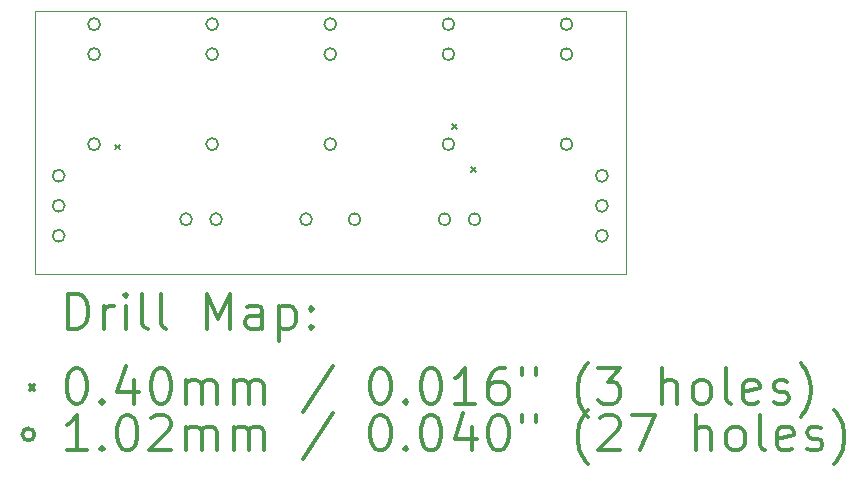
<source format=gbr>
%FSLAX45Y45*%
G04 Gerber Fmt 4.5, Leading zero omitted, Abs format (unit mm)*
G04 Created by KiCad (PCBNEW (5.1.8)-1) date 2021-08-08 18:23:22*
%MOMM*%
%LPD*%
G01*
G04 APERTURE LIST*
%TA.AperFunction,Profile*%
%ADD10C,0.100000*%
%TD*%
%ADD11C,0.200000*%
%ADD12C,0.300000*%
G04 APERTURE END LIST*
D10*
X9050000Y-6220000D02*
X9050000Y-6200000D01*
X4050000Y-6220000D02*
X4050000Y-6200000D01*
X9050000Y-4000000D02*
X4050000Y-4000000D01*
X9050000Y-6200000D02*
X9050000Y-4000000D01*
X4050000Y-6220000D02*
X9050000Y-6220000D01*
X4050000Y-4000000D02*
X4050000Y-6200000D01*
D11*
X4728500Y-5127500D02*
X4768500Y-5167500D01*
X4768500Y-5127500D02*
X4728500Y-5167500D01*
X7582500Y-4955000D02*
X7622500Y-4995000D01*
X7622500Y-4955000D02*
X7582500Y-4995000D01*
X7740000Y-5320000D02*
X7780000Y-5360000D01*
X7780000Y-5320000D02*
X7740000Y-5360000D01*
X7600800Y-4108500D02*
G75*
G03*
X7600800Y-4108500I-50800J0D01*
G01*
X7600800Y-4362500D02*
G75*
G03*
X7600800Y-4362500I-50800J0D01*
G01*
X7600800Y-5124500D02*
G75*
G03*
X7600800Y-5124500I-50800J0D01*
G01*
X6600800Y-4108500D02*
G75*
G03*
X6600800Y-4108500I-50800J0D01*
G01*
X6600800Y-4362500D02*
G75*
G03*
X6600800Y-4362500I-50800J0D01*
G01*
X6600800Y-5124500D02*
G75*
G03*
X6600800Y-5124500I-50800J0D01*
G01*
X8600800Y-4108500D02*
G75*
G03*
X8600800Y-4108500I-50800J0D01*
G01*
X8600800Y-4362500D02*
G75*
G03*
X8600800Y-4362500I-50800J0D01*
G01*
X8600800Y-5124500D02*
G75*
G03*
X8600800Y-5124500I-50800J0D01*
G01*
X6806300Y-5760000D02*
G75*
G03*
X6806300Y-5760000I-50800J0D01*
G01*
X7568300Y-5760000D02*
G75*
G03*
X7568300Y-5760000I-50800J0D01*
G01*
X7822300Y-5760000D02*
G75*
G03*
X7822300Y-5760000I-50800J0D01*
G01*
X5379300Y-5760000D02*
G75*
G03*
X5379300Y-5760000I-50800J0D01*
G01*
X5633300Y-5760000D02*
G75*
G03*
X5633300Y-5760000I-50800J0D01*
G01*
X6395300Y-5760000D02*
G75*
G03*
X6395300Y-5760000I-50800J0D01*
G01*
X8900800Y-5392000D02*
G75*
G03*
X8900800Y-5392000I-50800J0D01*
G01*
X8900800Y-5646000D02*
G75*
G03*
X8900800Y-5646000I-50800J0D01*
G01*
X8900800Y-5900000D02*
G75*
G03*
X8900800Y-5900000I-50800J0D01*
G01*
X4300800Y-5392000D02*
G75*
G03*
X4300800Y-5392000I-50800J0D01*
G01*
X4300800Y-5646000D02*
G75*
G03*
X4300800Y-5646000I-50800J0D01*
G01*
X4300800Y-5900000D02*
G75*
G03*
X4300800Y-5900000I-50800J0D01*
G01*
X5600800Y-4108500D02*
G75*
G03*
X5600800Y-4108500I-50800J0D01*
G01*
X5600800Y-4362500D02*
G75*
G03*
X5600800Y-4362500I-50800J0D01*
G01*
X5600800Y-5124500D02*
G75*
G03*
X5600800Y-5124500I-50800J0D01*
G01*
X4600800Y-4108500D02*
G75*
G03*
X4600800Y-4108500I-50800J0D01*
G01*
X4600800Y-4362500D02*
G75*
G03*
X4600800Y-4362500I-50800J0D01*
G01*
X4600800Y-5124500D02*
G75*
G03*
X4600800Y-5124500I-50800J0D01*
G01*
D12*
X4331428Y-6690714D02*
X4331428Y-6390714D01*
X4402857Y-6390714D01*
X4445714Y-6405000D01*
X4474286Y-6433571D01*
X4488571Y-6462143D01*
X4502857Y-6519286D01*
X4502857Y-6562143D01*
X4488571Y-6619286D01*
X4474286Y-6647857D01*
X4445714Y-6676429D01*
X4402857Y-6690714D01*
X4331428Y-6690714D01*
X4631428Y-6690714D02*
X4631428Y-6490714D01*
X4631428Y-6547857D02*
X4645714Y-6519286D01*
X4660000Y-6505000D01*
X4688571Y-6490714D01*
X4717143Y-6490714D01*
X4817143Y-6690714D02*
X4817143Y-6490714D01*
X4817143Y-6390714D02*
X4802857Y-6405000D01*
X4817143Y-6419286D01*
X4831428Y-6405000D01*
X4817143Y-6390714D01*
X4817143Y-6419286D01*
X5002857Y-6690714D02*
X4974286Y-6676429D01*
X4960000Y-6647857D01*
X4960000Y-6390714D01*
X5160000Y-6690714D02*
X5131428Y-6676429D01*
X5117143Y-6647857D01*
X5117143Y-6390714D01*
X5502857Y-6690714D02*
X5502857Y-6390714D01*
X5602857Y-6605000D01*
X5702857Y-6390714D01*
X5702857Y-6690714D01*
X5974286Y-6690714D02*
X5974286Y-6533571D01*
X5960000Y-6505000D01*
X5931428Y-6490714D01*
X5874286Y-6490714D01*
X5845714Y-6505000D01*
X5974286Y-6676429D02*
X5945714Y-6690714D01*
X5874286Y-6690714D01*
X5845714Y-6676429D01*
X5831428Y-6647857D01*
X5831428Y-6619286D01*
X5845714Y-6590714D01*
X5874286Y-6576429D01*
X5945714Y-6576429D01*
X5974286Y-6562143D01*
X6117143Y-6490714D02*
X6117143Y-6790714D01*
X6117143Y-6505000D02*
X6145714Y-6490714D01*
X6202857Y-6490714D01*
X6231428Y-6505000D01*
X6245714Y-6519286D01*
X6260000Y-6547857D01*
X6260000Y-6633571D01*
X6245714Y-6662143D01*
X6231428Y-6676429D01*
X6202857Y-6690714D01*
X6145714Y-6690714D01*
X6117143Y-6676429D01*
X6388571Y-6662143D02*
X6402857Y-6676429D01*
X6388571Y-6690714D01*
X6374286Y-6676429D01*
X6388571Y-6662143D01*
X6388571Y-6690714D01*
X6388571Y-6505000D02*
X6402857Y-6519286D01*
X6388571Y-6533571D01*
X6374286Y-6519286D01*
X6388571Y-6505000D01*
X6388571Y-6533571D01*
X4005000Y-7165000D02*
X4045000Y-7205000D01*
X4045000Y-7165000D02*
X4005000Y-7205000D01*
X4388571Y-7020714D02*
X4417143Y-7020714D01*
X4445714Y-7035000D01*
X4460000Y-7049286D01*
X4474286Y-7077857D01*
X4488571Y-7135000D01*
X4488571Y-7206429D01*
X4474286Y-7263571D01*
X4460000Y-7292143D01*
X4445714Y-7306429D01*
X4417143Y-7320714D01*
X4388571Y-7320714D01*
X4360000Y-7306429D01*
X4345714Y-7292143D01*
X4331428Y-7263571D01*
X4317143Y-7206429D01*
X4317143Y-7135000D01*
X4331428Y-7077857D01*
X4345714Y-7049286D01*
X4360000Y-7035000D01*
X4388571Y-7020714D01*
X4617143Y-7292143D02*
X4631428Y-7306429D01*
X4617143Y-7320714D01*
X4602857Y-7306429D01*
X4617143Y-7292143D01*
X4617143Y-7320714D01*
X4888571Y-7120714D02*
X4888571Y-7320714D01*
X4817143Y-7006429D02*
X4745714Y-7220714D01*
X4931428Y-7220714D01*
X5102857Y-7020714D02*
X5131428Y-7020714D01*
X5160000Y-7035000D01*
X5174286Y-7049286D01*
X5188571Y-7077857D01*
X5202857Y-7135000D01*
X5202857Y-7206429D01*
X5188571Y-7263571D01*
X5174286Y-7292143D01*
X5160000Y-7306429D01*
X5131428Y-7320714D01*
X5102857Y-7320714D01*
X5074286Y-7306429D01*
X5060000Y-7292143D01*
X5045714Y-7263571D01*
X5031428Y-7206429D01*
X5031428Y-7135000D01*
X5045714Y-7077857D01*
X5060000Y-7049286D01*
X5074286Y-7035000D01*
X5102857Y-7020714D01*
X5331428Y-7320714D02*
X5331428Y-7120714D01*
X5331428Y-7149286D02*
X5345714Y-7135000D01*
X5374286Y-7120714D01*
X5417143Y-7120714D01*
X5445714Y-7135000D01*
X5460000Y-7163571D01*
X5460000Y-7320714D01*
X5460000Y-7163571D02*
X5474286Y-7135000D01*
X5502857Y-7120714D01*
X5545714Y-7120714D01*
X5574286Y-7135000D01*
X5588571Y-7163571D01*
X5588571Y-7320714D01*
X5731428Y-7320714D02*
X5731428Y-7120714D01*
X5731428Y-7149286D02*
X5745714Y-7135000D01*
X5774286Y-7120714D01*
X5817143Y-7120714D01*
X5845714Y-7135000D01*
X5860000Y-7163571D01*
X5860000Y-7320714D01*
X5860000Y-7163571D02*
X5874286Y-7135000D01*
X5902857Y-7120714D01*
X5945714Y-7120714D01*
X5974286Y-7135000D01*
X5988571Y-7163571D01*
X5988571Y-7320714D01*
X6574286Y-7006429D02*
X6317143Y-7392143D01*
X6960000Y-7020714D02*
X6988571Y-7020714D01*
X7017143Y-7035000D01*
X7031428Y-7049286D01*
X7045714Y-7077857D01*
X7060000Y-7135000D01*
X7060000Y-7206429D01*
X7045714Y-7263571D01*
X7031428Y-7292143D01*
X7017143Y-7306429D01*
X6988571Y-7320714D01*
X6960000Y-7320714D01*
X6931428Y-7306429D01*
X6917143Y-7292143D01*
X6902857Y-7263571D01*
X6888571Y-7206429D01*
X6888571Y-7135000D01*
X6902857Y-7077857D01*
X6917143Y-7049286D01*
X6931428Y-7035000D01*
X6960000Y-7020714D01*
X7188571Y-7292143D02*
X7202857Y-7306429D01*
X7188571Y-7320714D01*
X7174286Y-7306429D01*
X7188571Y-7292143D01*
X7188571Y-7320714D01*
X7388571Y-7020714D02*
X7417143Y-7020714D01*
X7445714Y-7035000D01*
X7460000Y-7049286D01*
X7474286Y-7077857D01*
X7488571Y-7135000D01*
X7488571Y-7206429D01*
X7474286Y-7263571D01*
X7460000Y-7292143D01*
X7445714Y-7306429D01*
X7417143Y-7320714D01*
X7388571Y-7320714D01*
X7360000Y-7306429D01*
X7345714Y-7292143D01*
X7331428Y-7263571D01*
X7317143Y-7206429D01*
X7317143Y-7135000D01*
X7331428Y-7077857D01*
X7345714Y-7049286D01*
X7360000Y-7035000D01*
X7388571Y-7020714D01*
X7774286Y-7320714D02*
X7602857Y-7320714D01*
X7688571Y-7320714D02*
X7688571Y-7020714D01*
X7660000Y-7063571D01*
X7631428Y-7092143D01*
X7602857Y-7106429D01*
X8031428Y-7020714D02*
X7974286Y-7020714D01*
X7945714Y-7035000D01*
X7931428Y-7049286D01*
X7902857Y-7092143D01*
X7888571Y-7149286D01*
X7888571Y-7263571D01*
X7902857Y-7292143D01*
X7917143Y-7306429D01*
X7945714Y-7320714D01*
X8002857Y-7320714D01*
X8031428Y-7306429D01*
X8045714Y-7292143D01*
X8060000Y-7263571D01*
X8060000Y-7192143D01*
X8045714Y-7163571D01*
X8031428Y-7149286D01*
X8002857Y-7135000D01*
X7945714Y-7135000D01*
X7917143Y-7149286D01*
X7902857Y-7163571D01*
X7888571Y-7192143D01*
X8174286Y-7020714D02*
X8174286Y-7077857D01*
X8288571Y-7020714D02*
X8288571Y-7077857D01*
X8731428Y-7435000D02*
X8717143Y-7420714D01*
X8688571Y-7377857D01*
X8674286Y-7349286D01*
X8660000Y-7306429D01*
X8645714Y-7235000D01*
X8645714Y-7177857D01*
X8660000Y-7106429D01*
X8674286Y-7063571D01*
X8688571Y-7035000D01*
X8717143Y-6992143D01*
X8731428Y-6977857D01*
X8817143Y-7020714D02*
X9002857Y-7020714D01*
X8902857Y-7135000D01*
X8945714Y-7135000D01*
X8974286Y-7149286D01*
X8988571Y-7163571D01*
X9002857Y-7192143D01*
X9002857Y-7263571D01*
X8988571Y-7292143D01*
X8974286Y-7306429D01*
X8945714Y-7320714D01*
X8860000Y-7320714D01*
X8831428Y-7306429D01*
X8817143Y-7292143D01*
X9360000Y-7320714D02*
X9360000Y-7020714D01*
X9488571Y-7320714D02*
X9488571Y-7163571D01*
X9474286Y-7135000D01*
X9445714Y-7120714D01*
X9402857Y-7120714D01*
X9374286Y-7135000D01*
X9360000Y-7149286D01*
X9674286Y-7320714D02*
X9645714Y-7306429D01*
X9631428Y-7292143D01*
X9617143Y-7263571D01*
X9617143Y-7177857D01*
X9631428Y-7149286D01*
X9645714Y-7135000D01*
X9674286Y-7120714D01*
X9717143Y-7120714D01*
X9745714Y-7135000D01*
X9760000Y-7149286D01*
X9774286Y-7177857D01*
X9774286Y-7263571D01*
X9760000Y-7292143D01*
X9745714Y-7306429D01*
X9717143Y-7320714D01*
X9674286Y-7320714D01*
X9945714Y-7320714D02*
X9917143Y-7306429D01*
X9902857Y-7277857D01*
X9902857Y-7020714D01*
X10174286Y-7306429D02*
X10145714Y-7320714D01*
X10088571Y-7320714D01*
X10060000Y-7306429D01*
X10045714Y-7277857D01*
X10045714Y-7163571D01*
X10060000Y-7135000D01*
X10088571Y-7120714D01*
X10145714Y-7120714D01*
X10174286Y-7135000D01*
X10188571Y-7163571D01*
X10188571Y-7192143D01*
X10045714Y-7220714D01*
X10302857Y-7306429D02*
X10331428Y-7320714D01*
X10388571Y-7320714D01*
X10417143Y-7306429D01*
X10431428Y-7277857D01*
X10431428Y-7263571D01*
X10417143Y-7235000D01*
X10388571Y-7220714D01*
X10345714Y-7220714D01*
X10317143Y-7206429D01*
X10302857Y-7177857D01*
X10302857Y-7163571D01*
X10317143Y-7135000D01*
X10345714Y-7120714D01*
X10388571Y-7120714D01*
X10417143Y-7135000D01*
X10531428Y-7435000D02*
X10545714Y-7420714D01*
X10574286Y-7377857D01*
X10588571Y-7349286D01*
X10602857Y-7306429D01*
X10617143Y-7235000D01*
X10617143Y-7177857D01*
X10602857Y-7106429D01*
X10588571Y-7063571D01*
X10574286Y-7035000D01*
X10545714Y-6992143D01*
X10531428Y-6977857D01*
X4045000Y-7581000D02*
G75*
G03*
X4045000Y-7581000I-50800J0D01*
G01*
X4488571Y-7716714D02*
X4317143Y-7716714D01*
X4402857Y-7716714D02*
X4402857Y-7416714D01*
X4374286Y-7459571D01*
X4345714Y-7488143D01*
X4317143Y-7502429D01*
X4617143Y-7688143D02*
X4631428Y-7702429D01*
X4617143Y-7716714D01*
X4602857Y-7702429D01*
X4617143Y-7688143D01*
X4617143Y-7716714D01*
X4817143Y-7416714D02*
X4845714Y-7416714D01*
X4874286Y-7431000D01*
X4888571Y-7445286D01*
X4902857Y-7473857D01*
X4917143Y-7531000D01*
X4917143Y-7602429D01*
X4902857Y-7659571D01*
X4888571Y-7688143D01*
X4874286Y-7702429D01*
X4845714Y-7716714D01*
X4817143Y-7716714D01*
X4788571Y-7702429D01*
X4774286Y-7688143D01*
X4760000Y-7659571D01*
X4745714Y-7602429D01*
X4745714Y-7531000D01*
X4760000Y-7473857D01*
X4774286Y-7445286D01*
X4788571Y-7431000D01*
X4817143Y-7416714D01*
X5031428Y-7445286D02*
X5045714Y-7431000D01*
X5074286Y-7416714D01*
X5145714Y-7416714D01*
X5174286Y-7431000D01*
X5188571Y-7445286D01*
X5202857Y-7473857D01*
X5202857Y-7502429D01*
X5188571Y-7545286D01*
X5017143Y-7716714D01*
X5202857Y-7716714D01*
X5331428Y-7716714D02*
X5331428Y-7516714D01*
X5331428Y-7545286D02*
X5345714Y-7531000D01*
X5374286Y-7516714D01*
X5417143Y-7516714D01*
X5445714Y-7531000D01*
X5460000Y-7559571D01*
X5460000Y-7716714D01*
X5460000Y-7559571D02*
X5474286Y-7531000D01*
X5502857Y-7516714D01*
X5545714Y-7516714D01*
X5574286Y-7531000D01*
X5588571Y-7559571D01*
X5588571Y-7716714D01*
X5731428Y-7716714D02*
X5731428Y-7516714D01*
X5731428Y-7545286D02*
X5745714Y-7531000D01*
X5774286Y-7516714D01*
X5817143Y-7516714D01*
X5845714Y-7531000D01*
X5860000Y-7559571D01*
X5860000Y-7716714D01*
X5860000Y-7559571D02*
X5874286Y-7531000D01*
X5902857Y-7516714D01*
X5945714Y-7516714D01*
X5974286Y-7531000D01*
X5988571Y-7559571D01*
X5988571Y-7716714D01*
X6574286Y-7402429D02*
X6317143Y-7788143D01*
X6960000Y-7416714D02*
X6988571Y-7416714D01*
X7017143Y-7431000D01*
X7031428Y-7445286D01*
X7045714Y-7473857D01*
X7060000Y-7531000D01*
X7060000Y-7602429D01*
X7045714Y-7659571D01*
X7031428Y-7688143D01*
X7017143Y-7702429D01*
X6988571Y-7716714D01*
X6960000Y-7716714D01*
X6931428Y-7702429D01*
X6917143Y-7688143D01*
X6902857Y-7659571D01*
X6888571Y-7602429D01*
X6888571Y-7531000D01*
X6902857Y-7473857D01*
X6917143Y-7445286D01*
X6931428Y-7431000D01*
X6960000Y-7416714D01*
X7188571Y-7688143D02*
X7202857Y-7702429D01*
X7188571Y-7716714D01*
X7174286Y-7702429D01*
X7188571Y-7688143D01*
X7188571Y-7716714D01*
X7388571Y-7416714D02*
X7417143Y-7416714D01*
X7445714Y-7431000D01*
X7460000Y-7445286D01*
X7474286Y-7473857D01*
X7488571Y-7531000D01*
X7488571Y-7602429D01*
X7474286Y-7659571D01*
X7460000Y-7688143D01*
X7445714Y-7702429D01*
X7417143Y-7716714D01*
X7388571Y-7716714D01*
X7360000Y-7702429D01*
X7345714Y-7688143D01*
X7331428Y-7659571D01*
X7317143Y-7602429D01*
X7317143Y-7531000D01*
X7331428Y-7473857D01*
X7345714Y-7445286D01*
X7360000Y-7431000D01*
X7388571Y-7416714D01*
X7745714Y-7516714D02*
X7745714Y-7716714D01*
X7674286Y-7402429D02*
X7602857Y-7616714D01*
X7788571Y-7616714D01*
X7960000Y-7416714D02*
X7988571Y-7416714D01*
X8017143Y-7431000D01*
X8031428Y-7445286D01*
X8045714Y-7473857D01*
X8060000Y-7531000D01*
X8060000Y-7602429D01*
X8045714Y-7659571D01*
X8031428Y-7688143D01*
X8017143Y-7702429D01*
X7988571Y-7716714D01*
X7960000Y-7716714D01*
X7931428Y-7702429D01*
X7917143Y-7688143D01*
X7902857Y-7659571D01*
X7888571Y-7602429D01*
X7888571Y-7531000D01*
X7902857Y-7473857D01*
X7917143Y-7445286D01*
X7931428Y-7431000D01*
X7960000Y-7416714D01*
X8174286Y-7416714D02*
X8174286Y-7473857D01*
X8288571Y-7416714D02*
X8288571Y-7473857D01*
X8731428Y-7831000D02*
X8717143Y-7816714D01*
X8688571Y-7773857D01*
X8674286Y-7745286D01*
X8660000Y-7702429D01*
X8645714Y-7631000D01*
X8645714Y-7573857D01*
X8660000Y-7502429D01*
X8674286Y-7459571D01*
X8688571Y-7431000D01*
X8717143Y-7388143D01*
X8731428Y-7373857D01*
X8831428Y-7445286D02*
X8845714Y-7431000D01*
X8874286Y-7416714D01*
X8945714Y-7416714D01*
X8974286Y-7431000D01*
X8988571Y-7445286D01*
X9002857Y-7473857D01*
X9002857Y-7502429D01*
X8988571Y-7545286D01*
X8817143Y-7716714D01*
X9002857Y-7716714D01*
X9102857Y-7416714D02*
X9302857Y-7416714D01*
X9174286Y-7716714D01*
X9645714Y-7716714D02*
X9645714Y-7416714D01*
X9774286Y-7716714D02*
X9774286Y-7559571D01*
X9760000Y-7531000D01*
X9731428Y-7516714D01*
X9688571Y-7516714D01*
X9660000Y-7531000D01*
X9645714Y-7545286D01*
X9960000Y-7716714D02*
X9931428Y-7702429D01*
X9917143Y-7688143D01*
X9902857Y-7659571D01*
X9902857Y-7573857D01*
X9917143Y-7545286D01*
X9931428Y-7531000D01*
X9960000Y-7516714D01*
X10002857Y-7516714D01*
X10031428Y-7531000D01*
X10045714Y-7545286D01*
X10060000Y-7573857D01*
X10060000Y-7659571D01*
X10045714Y-7688143D01*
X10031428Y-7702429D01*
X10002857Y-7716714D01*
X9960000Y-7716714D01*
X10231428Y-7716714D02*
X10202857Y-7702429D01*
X10188571Y-7673857D01*
X10188571Y-7416714D01*
X10460000Y-7702429D02*
X10431428Y-7716714D01*
X10374286Y-7716714D01*
X10345714Y-7702429D01*
X10331428Y-7673857D01*
X10331428Y-7559571D01*
X10345714Y-7531000D01*
X10374286Y-7516714D01*
X10431428Y-7516714D01*
X10460000Y-7531000D01*
X10474286Y-7559571D01*
X10474286Y-7588143D01*
X10331428Y-7616714D01*
X10588571Y-7702429D02*
X10617143Y-7716714D01*
X10674286Y-7716714D01*
X10702857Y-7702429D01*
X10717143Y-7673857D01*
X10717143Y-7659571D01*
X10702857Y-7631000D01*
X10674286Y-7616714D01*
X10631428Y-7616714D01*
X10602857Y-7602429D01*
X10588571Y-7573857D01*
X10588571Y-7559571D01*
X10602857Y-7531000D01*
X10631428Y-7516714D01*
X10674286Y-7516714D01*
X10702857Y-7531000D01*
X10817143Y-7831000D02*
X10831428Y-7816714D01*
X10860000Y-7773857D01*
X10874286Y-7745286D01*
X10888571Y-7702429D01*
X10902857Y-7631000D01*
X10902857Y-7573857D01*
X10888571Y-7502429D01*
X10874286Y-7459571D01*
X10860000Y-7431000D01*
X10831428Y-7388143D01*
X10817143Y-7373857D01*
M02*

</source>
